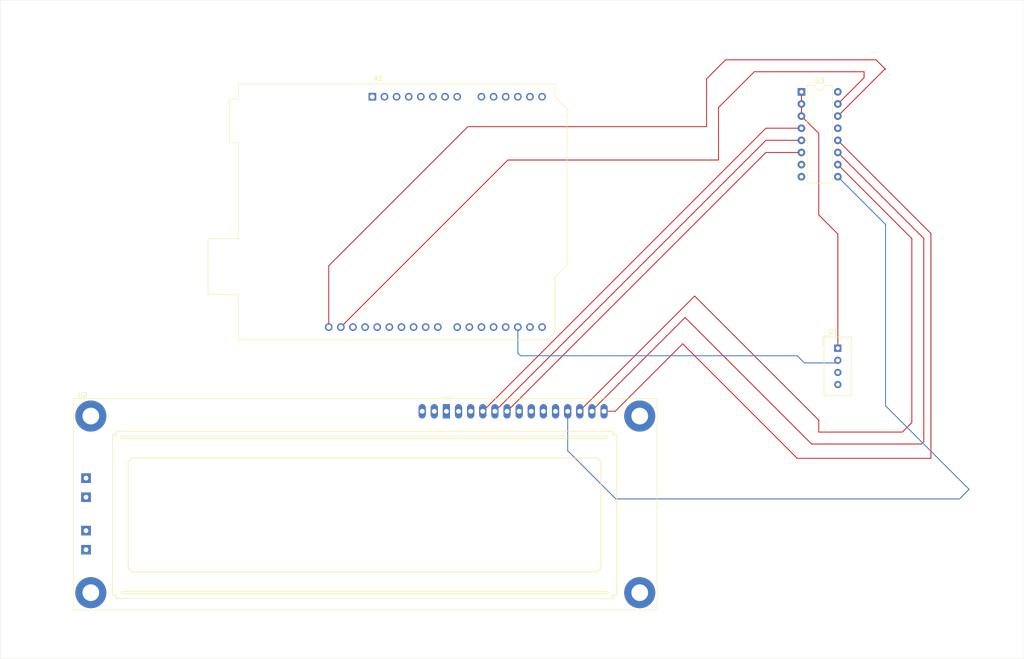
<source format=kicad_pcb>
(kicad_pcb (version 20240108) (generator "pcbnew") (generator_version "8.0")
  (layers (0 "F.Cu" signal) (31 "B.Cu" signal) (34 "B.Paste" user) (35 "F.Paste" user) (36 "B.SilkS" user "B.Silkscreen") (37 "F.SilkS" user "F.Silkscreen") (38 "B.Mask" user) (39 "F.Mask" user) (44 "Edge.Cuts" user))
  (net 0 "")
  (net 5 "Net-(A1-A2)")
  (net 13 "Net-(U3-SCL)")
  (net 16 "Net-(A1-A0)")
  (net 26 "Net-(U3-SDA)")
  (net 27 "Net-(A1-A1)")
  (net 32 "Net-(A1-D2)")
  (net 33 "Earth")
  (net 35 "+5V")
  (net 37 "Net-(U2-E)")
  (net 43 "Net-(U2-DB5)")
  (net 45 "Net-(U2-DB4)")
  (net 46 "Net-(U2-RS)")
  (net 49 "Net-(U2-R{slash}~{W})")
  (net 54 "Net-(U2-DB6)")
  (net 55 "Net-(U2-DB7)")
  (footprint "Sensor:Aosong_DHT11_5.5x12.0_P2.54mm" (layer "F.Cu") (at 209 97.92)
    (property "Reference" "U1" (at -1 -3.5 0) (layer "F.SilkS"))
    (property "Value" "DHT11")
    (fp_line (start -3.16 -2.6) (end -3.16 -0.6) (stroke (width 0.12)) (layer "F.SilkS"))
    (fp_line (start -3.16 -2.6) (end -1.55 -2.6) (stroke (width 0.12)) (layer "F.SilkS"))
    (fp_line (start -2.88 9.94) (end -2.88 -2.31) (stroke (width 0.12)) (layer "F.SilkS"))
    (fp_line (start -2.87 -2.32) (end 2.87 -2.32) (stroke (width 0.12)) (layer "F.SilkS"))
    (fp_line (start 2.88 -2.32) (end 2.88 9.94) (stroke (width 0.12)) (layer "F.SilkS"))
    (fp_line (start 2.88 9.94) (end -2.88 9.94) (stroke (width 0.12)) (layer "F.SilkS"))
    (pad "1" thru_hole rect (at 0 0) (size 1.5 1.5) (drill 0.8) (layers "*.Cu" "*.Mask") (net 35 "+5V"))
    (pad "2" thru_hole circle (at 0 2.54) (size 1.5 1.5) (drill 0.8) (layers "*.Cu" "*.Mask") (net 32 "Net-(A1-D2)"))
    (pad "3" thru_hole circle (at 0 5.08) (size 1.5 1.5) (drill 0.8) (layers "*.Cu" "*.Mask"))
    (pad "4" thru_hole circle (at 0 7.62) (size 1.5 1.5) (drill 0.8) (layers "*.Cu" "*.Mask") (net 33 "Earth"))
  )
  (footprint "Display:LCD-016N002L" (layer "F.Cu") (at 127 111.1425)
    (property "Reference" "U2" (at -76.21 -3.41 180) (layer "F.SilkS"))
    (property "Value" "LCD-016N002L")
    (fp_line (start -78.14 -2.64) (end -78.14 41.64) (stroke (width 0.12)) (layer "F.SilkS"))
    (fp_line (start -78.14 41.64) (end 44.14 41.64) (stroke (width 0.12)) (layer "F.SilkS"))
    (fp_line (start -69.977 4.953) (end -69.977 38.481) (stroke (width 0.15)) (layer "F.SilkS"))
    (fp_line (start -69.215 4.191) (end -69.215 4.953) (stroke (width 0.15)) (layer "F.SilkS"))
    (fp_line (start -69.215 4.953) (end -69.977 4.953) (stroke (width 0.15)) (layer "F.SilkS"))
    (fp_line (start -69.215 38.481) (end -69.977 38.481) (stroke (width 0.15)) (layer "F.SilkS"))
    (fp_line (start -69.215 39.243) (end -69.215 38.481) (stroke (width 0.15)) (layer "F.SilkS"))
    (fp_line (start -69.215 39.243) (end 34.925 39.243) (stroke (width 0.15)) (layer "F.SilkS"))
    (fp_line (start -68.199 5.461) (end -67.945 5.715) (stroke (width 0.15)) (layer "F.SilkS"))
    (fp_line (start -68.199 37.973) (end -67.945 38.227) (stroke (width 0.15)) (layer "F.SilkS"))
    (fp_line (start -67.945 5.207) (end -68.199 5.461) (stroke (width 0.15)) (layer "F.SilkS"))
    (fp_line (start -67.945 5.715) (end 33.655 5.715) (stroke (width 0.15)) (layer "F.SilkS"))
    (fp_line (start -67.945 37.719) (end -68.199 37.973) (stroke (width 0.15)) (layer "F.SilkS"))
    (fp_line (start -67.945 38.227) (end 33.655 38.227) (stroke (width 0.15)) (layer "F.SilkS"))
    (fp_line (start -66.675 10.541) (end -65.913 9.779) (stroke (width 0.15)) (layer "F.SilkS"))
    (fp_line (start -66.675 32.893) (end -66.675 10.541) (stroke (width 0.15)) (layer "F.SilkS"))
    (fp_line (start -65.913 9.779) (end 31.623 9.779) (stroke (width 0.15)) (layer "F.SilkS"))
    (fp_line (start -65.913 33.655) (end -66.675 32.893) (stroke (width 0.15)) (layer "F.SilkS"))
    (fp_line (start -1 -3) (end 1 -3) (stroke (width 0.12)) (layer "F.SilkS"))
    (fp_line (start 31.623 9.779) (end 32.385 10.541) (stroke (width 0.15)) (layer "F.SilkS"))
    (fp_line (start 31.623 33.655) (end -65.913 33.655) (stroke (width 0.15)) (layer "F.SilkS"))
    (fp_line (start 32.385 10.541) (end 32.385 32.893) (stroke (width 0.15)) (layer "F.SilkS"))
    (fp_line (start 32.385 32.893) (end 31.623 33.655) (stroke (width 0.15)) (layer "F.SilkS"))
    (fp_line (start 33.655 5.207) (end -67.945 5.207) (stroke (width 0.15)) (layer "F.SilkS"))
    (fp_line (start 33.655 5.207) (end 33.909 5.461) (stroke (width 0.15)) (layer "F.SilkS"))
    (fp_line (start 33.655 37.719) (end -67.945 37.719) (stroke (width 0.15)) (layer "F.SilkS"))
    (fp_line (start 33.655 38.227) (end 33.909 37.973) (stroke (width 0.15)) (layer "F.SilkS"))
    (fp_line (start 33.909 5.461) (end 33.655 5.715) (stroke (width 0.15)) (layer "F.SilkS"))
    (fp_line (start 33.909 37.973) (end 33.655 37.719) (stroke (width 0.15)) (layer "F.SilkS"))
    (fp_line (start 34.925 4.191) (end -69.215 4.191) (stroke (width 0.15)) (layer "F.SilkS"))
    (fp_line (start 34.925 4.191) (end 34.925 4.953) (stroke (width 0.15)) (layer "F.SilkS"))
    (fp_line (start 34.925 4.953) (end 35.687 4.953) (stroke (width 0.15)) (layer "F.SilkS"))
    (fp_line (start 34.925 38.481) (end 34.925 39.243) (stroke (width 0.15)) (layer "F.SilkS"))
    (fp_line (start 35.687 38.481) (end 34.925 38.481) (stroke (width 0.15)) (layer "F.SilkS"))
    (fp_line (start 35.687 38.481) (end 35.687 4.953) (stroke (width 0.15)) (layer "F.SilkS"))
    (fp_line (start 44.14 -2.64) (end -78.14 -2.64) (stroke (width 0.12)) (layer "F.SilkS"))
    (fp_line (start 44.14 -2.64) (end 44.14 41.64) (stroke (width 0.12)) (layer "F.SilkS"))
    (pad "" thru_hole circle (at -74.5 1 180) (size 6.5 6.5) (drill 3.5) (layers "*.Cu" "*.Mask"))
    (pad "" thru_hole circle (at -74.5 38 180) (size 6.5 6.5) (drill 3.5) (layers "*.Cu" "*.Mask"))
    (pad "" thru_hole circle (at 40.5 1 180) (size 6.5 6.5) (drill 3.5) (layers "*.Cu" "*.Mask"))
    (pad "" thru_hole circle (at 40.5 38 180) (size 6.5 6.5) (drill 3.5) (layers "*.Cu" "*.Mask"))
    (pad "1" thru_hole rect (at 0 0 180) (size 1.5 3) (drill 1) (layers "*.Cu" "*.Mask"))
    (pad "2" thru_hole oval (at 2.54 0 180) (size 1.5 3) (drill 1) (layers "*.Cu" "*.Mask"))
    (pad "3" thru_hole oval (at 5.08 0 180) (size 1.5 3) (drill 1) (layers "*.Cu" "*.Mask"))
    (pad "4" thru_hole oval (at 7.62 0 180) (size 1.5 3) (drill 1) (layers "*.Cu" "*.Mask") (net 46 "Net-(U2-RS)"))
    (pad "5" thru_hole oval (at 10.16 0 180) (size 1.5 3) (drill 1) (layers "*.Cu" "*.Mask") (net 49 "Net-(U2-R{slash}~{W})"))
    (pad "6" thru_hole oval (at 12.7 0 180) (size 1.5 3) (drill 1) (layers "*.Cu" "*.Mask") (net 37 "Net-(U2-E)"))
    (pad "7" thru_hole oval (at 15.24 0 180) (size 1.5 3) (drill 1) (layers "*.Cu" "*.Mask"))
    (pad "8" thru_hole oval (at 17.78 0 180) (size 1.5 3) (drill 1) (layers "*.Cu" "*.Mask"))
    (pad "9" thru_hole oval (at 20.32 0 180) (size 1.5 3) (drill 1) (layers "*.Cu" "*.Mask"))
    (pad "10" thru_hole oval (at 22.86 0 180) (size 1.5 3) (drill 1) (layers "*.Cu" "*.Mask"))
    (pad "11" thru_hole oval (at 25.4 0 180) (size 1.5 3) (drill 1) (layers "*.Cu" "*.Mask") (net 45 "Net-(U2-DB4)"))
    (pad "12" thru_hole oval (at 27.94 0 180) (size 1.5 3) (drill 1) (layers "*.Cu" "*.Mask") (net 43 "Net-(U2-DB5)"))
    (pad "13" thru_hole oval (at 30.48 0 180) (size 1.5 3) (drill 1) (layers "*.Cu" "*.Mask") (net 54 "Net-(U2-DB6)"))
    (pad "14" thru_hole oval (at 33.02 0 180) (size 1.5 3) (drill 1) (layers "*.Cu" "*.Mask") (net 55 "Net-(U2-DB7)"))
    (pad "15" thru_hole oval (at -2.54 0 180) (size 1.5 3) (drill 1) (layers "*.Cu" "*.Mask"))
    (pad "16" thru_hole oval (at -5.08 0 180) (size 1.5 3) (drill 1) (layers "*.Cu" "*.Mask"))
    (pad "A1" thru_hole rect (at -75.5 14 180) (size 2 2) (drill 1) (layers "*.Cu" "*.Mask"))
    (pad "A2" thru_hole rect (at -75.5 25 180) (size 2 2) (drill 1) (layers "*.Cu" "*.Mask"))
    (pad "K1" thru_hole rect (at -75.5 18 180) (size 2 2) (drill 1) (layers "*.Cu" "*.Mask"))
    (pad "K2" thru_hole rect (at -75.5 29 180) (size 2 2) (drill 1) (layers "*.Cu" "*.Mask"))
  )
  (footprint "Module:Arduino_UNO_R3" (layer "F.Cu") (at 111.48 45.24)
    (property "Reference" "A1" (at 1.27 -3.81 180) (layer "F.SilkS"))
    (property "Value" "Arduino_UNO_R3")
    (fp_line (start -34.42 29.72) (end -34.42 41.4) (stroke (width 0.12)) (layer "F.SilkS"))
    (fp_line (start -34.42 41.4) (end -28.07 41.4) (stroke (width 0.12)) (layer "F.SilkS"))
    (fp_line (start -29.97 0.51) (end -29.97 9.65) (stroke (width 0.12)) (layer "F.SilkS"))
    (fp_line (start -29.97 9.65) (end -28.07 9.65) (stroke (width 0.12)) (layer "F.SilkS"))
    (fp_line (start -28.07 -2.67) (end -28.07 0.51) (stroke (width 0.12)) (layer "F.SilkS"))
    (fp_line (start -28.07 0.51) (end -29.97 0.51) (stroke (width 0.12)) (layer "F.SilkS"))
    (fp_line (start -28.07 9.65) (end -28.07 29.72) (stroke (width 0.12)) (layer "F.SilkS"))
    (fp_line (start -28.07 29.72) (end -34.42 29.72) (stroke (width 0.12)) (layer "F.SilkS"))
    (fp_line (start -28.07 41.4) (end -28.07 50.93) (stroke (width 0.12)) (layer "F.SilkS"))
    (fp_line (start -28.07 50.93) (end 36.58 50.93) (stroke (width 0.12)) (layer "F.SilkS"))
    (fp_line (start 36.58 50.93) (end 38.23 49.28) (stroke (width 0.12)) (layer "F.SilkS"))
    (fp_line (start 38.23 -2.67) (end -28.07 -2.67) (stroke (width 0.12)) (layer "F.SilkS"))
    (fp_line (start 38.23 0) (end 38.23 -2.67) (stroke (width 0.12)) (layer "F.SilkS"))
    (fp_line (start 38.23 37.85) (end 40.77 35.31) (stroke (width 0.12)) (layer "F.SilkS"))
    (fp_line (start 38.23 49.28) (end 38.23 37.85) (stroke (width 0.12)) (layer "F.SilkS"))
    (fp_line (start 40.77 2.54) (end 38.23 0) (stroke (width 0.12)) (layer "F.SilkS"))
    (fp_line (start 40.77 35.31) (end 40.77 2.54) (stroke (width 0.12)) (layer "F.SilkS"))
    (pad "1" thru_hole rect (at 0 0 90) (size 1.6 1.6) (drill 1) (layers "*.Cu" "*.Mask"))
    (pad "2" thru_hole oval (at 2.54 0 90) (size 1.6 1.6) (drill 1) (layers "*.Cu" "*.Mask"))
    (pad "3" thru_hole oval (at 5.08 0 90) (size 1.6 1.6) (drill 1) (layers "*.Cu" "*.Mask"))
    (pad "4" thru_hole oval (at 7.62 0 90) (size 1.6 1.6) (drill 1) (layers "*.Cu" "*.Mask"))
    (pad "5" thru_hole oval (at 10.16 0 90) (size 1.6 1.6) (drill 1) (layers "*.Cu" "*.Mask"))
    (pad "6" thru_hole oval (at 12.7 0 90) (size 1.6 1.6) (drill 1) (layers "*.Cu" "*.Mask"))
    (pad "7" thru_hole oval (at 15.24 0 90) (size 1.6 1.6) (drill 1) (layers "*.Cu" "*.Mask"))
    (pad "8" thru_hole oval (at 17.78 0 90) (size 1.6 1.6) (drill 1) (layers "*.Cu" "*.Mask"))
    (pad "9" thru_hole oval (at 22.86 0 90) (size 1.6 1.6) (drill 1) (layers "*.Cu" "*.Mask") (net 16 "Net-(A1-A0)"))
    (pad "10" thru_hole oval (at 25.4 0 90) (size 1.6 1.6) (drill 1) (layers "*.Cu" "*.Mask") (net 27 "Net-(A1-A1)"))
    (pad "11" thru_hole oval (at 27.94 0 90) (size 1.6 1.6) (drill 1) (layers "*.Cu" "*.Mask") (net 5 "Net-(A1-A2)"))
    (pad "12" thru_hole oval (at 30.48 0 90) (size 1.6 1.6) (drill 1) (layers "*.Cu" "*.Mask"))
    (pad "13" thru_hole oval (at 33.02 0 90) (size 1.6 1.6) (drill 1) (layers "*.Cu" "*.Mask"))
    (pad "14" thru_hole oval (at 35.56 0 90) (size 1.6 1.6) (drill 1) (layers "*.Cu" "*.Mask"))
    (pad "15" thru_hole oval (at 35.56 48.26 90) (size 1.6 1.6) (drill 1) (layers "*.Cu" "*.Mask"))
    (pad "16" thru_hole oval (at 33.02 48.26 90) (size 1.6 1.6) (drill 1) (layers "*.Cu" "*.Mask"))
    (pad "17" thru_hole oval (at 30.48 48.26 90) (size 1.6 1.6) (drill 1) (layers "*.Cu" "*.Mask") (net 32 "Net-(A1-D2)"))
    (pad "18" thru_hole oval (at 27.94 48.26 90) (size 1.6 1.6) (drill 1) (layers "*.Cu" "*.Mask"))
    (pad "19" thru_hole oval (at 25.4 48.26 90) (size 1.6 1.6) (drill 1) (layers "*.Cu" "*.Mask"))
    (pad "20" thru_hole oval (at 22.86 48.26 90) (size 1.6 1.6) (drill 1) (layers "*.Cu" "*.Mask"))
    (pad "21" thru_hole oval (at 20.32 48.26 90) (size 1.6 1.6) (drill 1) (layers "*.Cu" "*.Mask"))
    (pad "22" thru_hole oval (at 17.78 48.26 90) (size 1.6 1.6) (drill 1) (layers "*.Cu" "*.Mask"))
    (pad "23" thru_hole oval (at 13.72 48.26 90) (size 1.6 1.6) (drill 1) (layers "*.Cu" "*.Mask"))
    (pad "24" thru_hole oval (at 11.18 48.26 90) (size 1.6 1.6) (drill 1) (layers "*.Cu" "*.Mask"))
    (pad "25" thru_hole oval (at 8.64 48.26 90) (size 1.6 1.6) (drill 1) (layers "*.Cu" "*.Mask"))
    (pad "26" thru_hole oval (at 6.1 48.26 90) (size 1.6 1.6) (drill 1) (layers "*.Cu" "*.Mask"))
    (pad "27" thru_hole oval (at 3.56 48.26 90) (size 1.6 1.6) (drill 1) (layers "*.Cu" "*.Mask"))
    (pad "28" thru_hole oval (at 1.02 48.26 90) (size 1.6 1.6) (drill 1) (layers "*.Cu" "*.Mask"))
    (pad "29" thru_hole oval (at -1.52 48.26 90) (size 1.6 1.6) (drill 1) (layers "*.Cu" "*.Mask"))
    (pad "30" thru_hole oval (at -4.06 48.26 90) (size 1.6 1.6) (drill 1) (layers "*.Cu" "*.Mask"))
    (pad "31" thru_hole oval (at -6.6 48.26 90) (size 1.6 1.6) (drill 1) (layers "*.Cu" "*.Mask") (net 26 "Net-(U3-SDA)"))
    (pad "32" thru_hole oval (at -9.14 48.26 90) (size 1.6 1.6) (drill 1) (layers "*.Cu" "*.Mask") (net 13 "Net-(U3-SCL)"))
  )
  (footprint "Package_DIP:DIP-16_W7.62mm" (layer "F.Cu") (at 201.38 44.22)
    (property "Reference" "U3" (at 3.81 -2.33 0) (layer "F.SilkS"))
    (property "Value" "PCF8574P")
    (fp_line (start 1.16 -1.33) (end 1.16 19.11) (stroke (width 0.12)) (layer "F.SilkS"))
    (fp_line (start 1.16 19.11) (end 6.46 19.11) (stroke (width 0.12)) (layer "F.SilkS"))
    (fp_line (start 2.81 -1.33) (end 1.16 -1.33) (stroke (width 0.12)) (layer "F.SilkS"))
    (fp_line (start 6.46 -1.33) (end 4.81 -1.33) (stroke (width 0.12)) (layer "F.SilkS"))
    (fp_line (start 6.46 19.11) (end 6.46 -1.33) (stroke (width 0.12)) (layer "F.SilkS"))
    (fp_arc (start 4.81 -1.33) (mid 3.81 -0.33) (end 2.81 -1.33) (stroke (width 0.12)) (layer "F.SilkS"))
    (pad "1" thru_hole rect (at 0 0) (size 1.6 1.6) (drill 0.8) (layers "*.Cu" "*.Mask") (net 35 "+5V"))
    (pad "2" thru_hole oval (at 0 2.54) (size 1.6 1.6) (drill 0.8) (layers "*.Cu" "*.Mask") (net 35 "+5V"))
    (pad "3" thru_hole oval (at 0 5.08) (size 1.6 1.6) (drill 0.8) (layers "*.Cu" "*.Mask") (net 35 "+5V"))
    (pad "4" thru_hole oval (at 0 7.62) (size 1.6 1.6) (drill 0.8) (layers "*.Cu" "*.Mask") (net 46 "Net-(U2-RS)"))
    (pad "5" thru_hole oval (at 0 10.16) (size 1.6 1.6) (drill 0.8) (layers "*.Cu" "*.Mask") (net 49 "Net-(U2-R{slash}~{W})"))
    (pad "6" thru_hole oval (at 0 12.7) (size 1.6 1.6) (drill 0.8) (layers "*.Cu" "*.Mask") (net 37 "Net-(U2-E)"))
    (pad "7" thru_hole oval (at 0 15.24) (size 1.6 1.6) (drill 0.8) (layers "*.Cu" "*.Mask"))
    (pad "8" thru_hole oval (at 0 17.78) (size 1.6 1.6) (drill 0.8) (layers "*.Cu" "*.Mask"))
    (pad "9" thru_hole oval (at 7.62 17.78) (size 1.6 1.6) (drill 0.8) (layers "*.Cu" "*.Mask") (net 45 "Net-(U2-DB4)"))
    (pad "10" thru_hole oval (at 7.62 15.24) (size 1.6 1.6) (drill 0.8) (layers "*.Cu" "*.Mask") (net 43 "Net-(U2-DB5)"))
    (pad "11" thru_hole oval (at 7.62 12.7) (size 1.6 1.6) (drill 0.8) (layers "*.Cu" "*.Mask") (net 54 "Net-(U2-DB6)"))
    (pad "12" thru_hole oval (at 7.62 10.16) (size 1.6 1.6) (drill 0.8) (layers "*.Cu" "*.Mask") (net 55 "Net-(U2-DB7)"))
    (pad "13" thru_hole oval (at 7.62 7.62) (size 1.6 1.6) (drill 0.8) (layers "*.Cu" "*.Mask"))
    (pad "14" thru_hole oval (at 7.62 5.08) (size 1.6 1.6) (drill 0.8) (layers "*.Cu" "*.Mask") (net 13 "Net-(U3-SCL)"))
    (pad "15" thru_hole oval (at 7.62 2.54) (size 1.6 1.6) (drill 0.8) (layers "*.Cu" "*.Mask") (net 26 "Net-(U3-SDA)"))
    (pad "16" thru_hole oval (at 7.62 0) (size 1.6 1.6) (drill 0.8) (layers "*.Cu" "*.Mask"))
  )
  (gr_rect (start 33.5 25) (end 248 163) (stroke (width 0.05)) (fill none) (layer "Edge.Cuts"))
  (segment (start 131.5 51.5) (end 181.5 51.5) (width 0.2) (layer "F.Cu") (net 13))
  (segment (start 181.5 41.5) (end 185.5 37.5) (width 0.2) (layer "F.Cu") (net 13))
  (segment (start 218.8 39.5) (end 209 49.3) (width 0.2) (layer "F.Cu") (net 13))
  (segment (start 185.5 37.5) (end 217 37.5) (width 0.2) (layer "F.Cu") (net 13))
  (segment (start 102.34 93.5) (end 102.34 80.66) (width 0.2) (layer "F.Cu") (net 13))
  (segment (start 217 37.5) (end 219 39.5) (width 0.2) (layer "F.Cu") (net 13))
  (segment (start 181.5 51.5) (end 181.5 41.5) (width 0.2) (layer "F.Cu") (net 13))
  (segment (start 102.34 80.66) (end 131.5 51.5) (width 0.2) (layer "F.Cu") (net 13))
  (segment (start 219 39.5) (end 218.8 39.5) (width 0.2) (layer "F.Cu") (net 13))
  (segment (start 184 47.5) (end 184 58.5) (width 0.2) (layer "F.Cu") (net 26))
  (segment (start 214.5 41.26) (end 214.5 40) (width 0.2) (layer "F.Cu") (net 26))
  (segment (start 191.5 40) (end 184 47.5) (width 0.2) (layer "F.Cu") (net 26))
  (segment (start 184 58.5) (end 139.88 58.5) (width 0.2) (layer "F.Cu") (net 26))
  (segment (start 209 46.76) (end 214.5 41.26) (width 0.2) (layer "F.Cu") (net 26))
  (segment (start 214.5 40) (end 191.5 40) (width 0.2) (layer "F.Cu") (net 26))
  (segment (start 139.88 58.5) (end 104.88 93.5) (width 0.2) (layer "F.Cu") (net 26))
  (segment (start 141.96 98.96) (end 142.5 99.5) (width 0.2) (layer "B.Cu") (net 32))
  (segment (start 202 101) (end 208.46 101) (width 0.2) (layer "B.Cu") (net 32))
  (segment (start 208.46 101) (end 209 100.46) (width 0.2) (layer "B.Cu") (net 32))
  (segment (start 200.5 99.5) (end 202 101) (width 0.2) (layer "B.Cu") (net 32))
  (segment (start 141.96 93.5) (end 141.96 98.96) (width 0.2) (layer "B.Cu") (net 32))
  (segment (start 142.5 99.5) (end 200.5 99.5) (width 0.2) (layer "B.Cu") (net 32))
  (segment (start 209 74) (end 205 70) (width 0.2) (layer "F.Cu") (net 35))
  (segment (start 201.38 46.76) (end 201.38 44.22) (width 0.2) (layer "F.Cu") (net 35))
  (segment (start 209 97.92) (end 209 74) (width 0.2) (layer "F.Cu") (net 35))
  (segment (start 201.38 49.3) (end 201.38 46.76) (width 0.2) (layer "F.Cu") (net 35))
  (segment (start 201.38 49.3) (end 201.38 44.22) (width 0.2) (layer "F.Cu") (net 35))
  (segment (start 205 52.92) (end 201.38 49.3) (width 0.2) (layer "F.Cu") (net 35))
  (segment (start 205 70) (end 205 52.92) (width 0.2) (layer "F.Cu") (net 35))
  (segment (start 193.9225 56.92) (end 139.7 111.1425) (width 0.2) (layer "F.Cu") (net 37))
  (segment (start 201.38 56.92) (end 193.9225 56.92) (width 0.2) (layer "F.Cu") (net 37))
  (segment (start 154.94 111.1425) (end 154.94 111.06) (width 0.2) (layer "F.Cu") (net 43))
  (segment (start 179 87) (end 205 113) (width 0.2) (layer "F.Cu") (net 43))
  (segment (start 205 115.5) (end 222.5 115.5) (width 0.2) (layer "F.Cu") (net 43))
  (segment (start 154.94 111.06) (end 179 87) (width 0.2) (layer "F.Cu") (net 43))
  (segment (start 224.5 113.5) (end 224.5 74.96) (width 0.2) (layer "F.Cu") (net 43))
  (segment (start 205 113) (end 205 115.5) (width 0.2) (layer "F.Cu") (net 43))
  (segment (start 224.5 74.96) (end 209 59.46) (width 0.2) (layer "F.Cu") (net 43))
  (segment (start 222.5 115.5) (end 224.5 113.5) (width 0.2) (layer "F.Cu") (net 43))
  (segment (start 152.4 119.4) (end 162.5 129.5) (width 0.2) (layer "B.Cu") (net 45))
  (segment (start 236.5 127.5) (end 219 110) (width 0.2) (layer "B.Cu") (net 45))
  (segment (start 162.5 129.5) (end 234.5 129.5) (width 0.2) (layer "B.Cu") (net 45))
  (segment (start 219 72) (end 209 62) (width 0.2) (layer "B.Cu") (net 45))
  (segment (start 219 110) (end 219 72) (width 0.2) (layer "B.Cu") (net 45))
  (segment (start 234.5 129.5) (end 236.5 127.5) (width 0.2) (layer "B.Cu") (net 45))
  (segment (start 152.4 111.1425) (end 152.4 119.4) (width 0.2) (layer "B.Cu") (net 45))
  (segment (start 201.38 51.84) (end 193.9225 51.84) (width 0.2) (layer "F.Cu") (net 46))
  (segment (start 193.9225 51.84) (end 134.62 111.1425) (width 0.2) (layer "F.Cu") (net 46))
  (segment (start 201.38 54.38) (end 193.9225 54.38) (width 0.2) (layer "F.Cu") (net 49))
  (segment (start 193.9225 54.38) (end 137.16 111.1425) (width 0.2) (layer "F.Cu") (net 49))
  (segment (start 157.48 111.1425) (end 157.48 111.02) (width 0.2) (layer "F.Cu") (net 54))
  (segment (start 203.5 118) (end 226.5 118) (width 0.2) (layer "F.Cu") (net 54))
  (segment (start 226.5 118) (end 227 117.5) (width 0.2) (layer "F.Cu") (net 54))
  (segment (start 227 117.5) (end 227 74.92) (width 0.2) (layer "F.Cu") (net 54))
  (segment (start 157.48 111.02) (end 177 91.5) (width 0.2) (layer "F.Cu") (net 54))
  (segment (start 177 91.5) (end 203.5 118) (width 0.2) (layer "F.Cu") (net 54))
  (segment (start 227 74.92) (end 209 56.92) (width 0.2) (layer "F.Cu") (net 54))
  (segment (start 176.5 97) (end 200.5 121) (width 0.2) (layer "F.Cu") (net 55))
  (segment (start 228.5 73.88) (end 209 54.38) (width 0.2) (layer "F.Cu") (net 55))
  (segment (start 228.5 121) (end 228.5 73.88) (width 0.2) (layer "F.Cu") (net 55))
  (segment (start 200.5 121) (end 228.5 121) (width 0.2) (layer "F.Cu") (net 55))
  (segment (start 160.02 111.1425) (end 162.3575 111.1425) (width 0.2) (layer "F.Cu") (net 55))
  (segment (start 162.3575 111.1425) (end 176.5 97) (width 0.2) (layer "F.Cu") (net 55))
)
</source>
